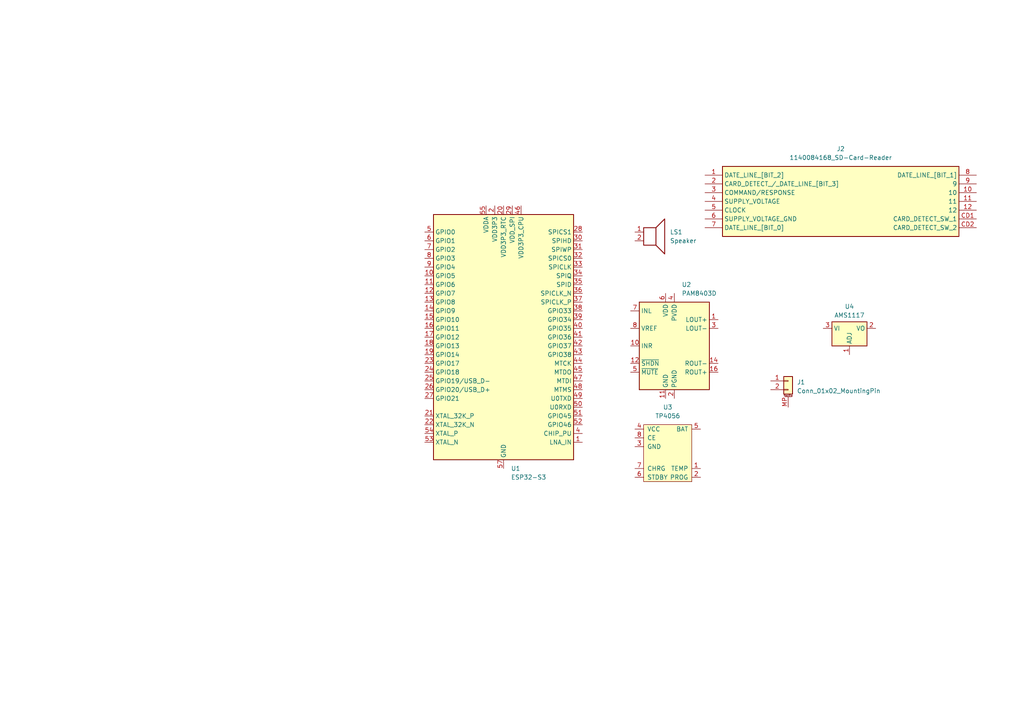
<source format=kicad_sch>
(kicad_sch (version 20250114) (generator "eeschema") (generator_version "9.0")
  (paper "A4")
  (lib_symbols
    (symbol "Amplifier_Audio:PAM8403D"
      (property "Reference" "U" (at 1.27 16.51 0))
      (property "Value" "PAM8403D" (at 6.096 14.224 0))
      (symbol "PAM8403D_0_1"
        (rectangle (start -10.16 12.7) (end 10.16 -12.7) (stroke (width 0.254)) (fill (type background)))
      )
      (symbol "PAM8403D_1_1"
        (pin input line (at -12.7 10.16 0) (length 2.54) (name "INL") (number "7"))
        (pin input line (at -12.7 5.08 0) (length 2.54) (name "VREF") (number "8"))
        (pin input line (at -12.7 0 0) (length 2.54) (name "INR") (number "10"))
        (pin input line (at -12.7 -5.08 0) (length 2.54) (name "~{SHDN}") (number "12"))
        (pin input line (at -12.7 -7.62 0) (length 2.54) (name "~{MUTE}") (number "5"))
        (pin power_in line (at -2.54 15.24 270) (length 2.54) (name "VDD") (number "6"))
        (pin power_in line (at -2.54 -15.24 90) (length 2.54) (name "GND") (number "11"))
        (pin passive line (at 0 15.24 270) (length 2.54) (hide yes) (name "PVDD") (number "13"))
        (pin power_in line (at 0 15.24 270) (length 2.54) (name "PVDD") (number "4"))
        (pin passive line (at 0 -15.24 90) (length 2.54) (hide yes) (name "PGND") (number "15"))
        (pin power_in line (at 0 -15.24 90) (length 2.54) (name "PGND") (number "2"))
        (pin no_connect line (at 10.16 -10.16 180) (length 2.54) (hide yes) (name "NC") (number "9"))
        (pin output line (at 12.7 7.62 180) (length 2.54) (name "LOUT+") (number "1"))
        (pin output line (at 12.7 5.08 180) (length 2.54) (name "LOUT-") (number "3"))
        (pin output line (at 12.7 -5.08 180) (length 2.54) (name "ROUT-") (number "14"))
        (pin output line (at 12.7 -7.62 180) (length 2.54) (name "ROUT+") (number "16"))
      )
    )
    (symbol "Connector_Generic_MountingPin:Conn_01x02_MountingPin" (pin_names (offset 1.016) (hide yes))
      (property "Reference" "J" (at 0 2.54 0))
      (property "Value" "Conn_01x02_MountingPin" (at 1.27 -5.08 0))
      (symbol "Conn_01x02_MountingPin_1_1"
        (rectangle (start -1.27 1.27) (end 1.27 -3.81) (stroke (width 0.254)) (fill (type background)))
        (rectangle (start -1.27 0.127) (end 0 -0.127) (stroke (width 0.1524)))
        (rectangle (start -1.27 -2.413) (end 0 -2.667) (stroke (width 0.1524)))
        (polyline (pts (xy -1.016 -4.572) (xy 1.016 -4.572)) (stroke (width 0.1524)))
        (text "Mounting" (at 0 -4.191 0) (effects (font (size 0.381 0.381))))
        (pin passive line (at -5.08 0 0) (length 3.81) (name "Pin_1") (number "1"))
        (pin passive line (at -5.08 -2.54 0) (length 3.81) (name "Pin_2") (number "2"))
        (pin passive line (at 0 -7.62 90) (length 3.048) (name "MountPin") (number "MP"))
      )
    )
    (symbol "Device:Speaker" (pin_names (offset 0) (hide yes))
      (property "Reference" "LS" (at 1.27 5.715 0))
      (property "Value" "Speaker" (at 1.27 3.81 0))
      (symbol "Speaker_0_0"
        (rectangle (start -2.54 1.27) (end 1.016 -3.81) (stroke (width 0.254)))
        (polyline (pts (xy 1.016 1.27) (xy 3.556 3.81) (xy 3.556 -6.35) (xy 1.016 -3.81)) (stroke (width 0.254)))
      )
      (symbol "Speaker_1_1"
        (pin input line (at -5.08 0 0) (length 2.54) (name "1") (number "1"))
        (pin input line (at -5.08 -2.54 0) (length 2.54) (name "2") (number "2"))
      )
    )
    (symbol "MCU_Espressif:ESP32-S3"
      (property "Reference" "U" (at 10.16 -38.1 0))
      (property "Value" "ESP32-S3" (at 13.97 -40.64 0))
      (symbol "ESP32-S3_0_1"
        (rectangle (start -20.32 35.56) (end 20.32 -35.56) (stroke (width 0.254)) (fill (type background)))
      )
      (symbol "ESP32-S3_1_0"
        (pin passive line (at -5.08 38.1 270) (length 2.54) (hide yes) (name "VDDA") (number "56"))
        (pin bidirectional line (at 22.86 12.7 180) (length 2.54) (name "SPICLK_N") (number "36"))
        (pin bidirectional line (at 22.86 -10.16 180) (length 2.54) (name "MTDO") (number "45"))
        (pin bidirectional line (at 22.86 -22.86 180) (length 2.54) (name "GPIO45") (number "51"))
      )
      (symbol "ESP32-S3_1_1"
        (pin bidirectional line (at -22.86 30.48 0) (length 2.54) (name "GPIO0") (number "5"))
        (pin bidirectional line (at -22.86 27.94 0) (length 2.54) (name "GPIO1") (number "6"))
        (pin bidirectional line (at -22.86 25.4 0) (length 2.54) (name "GPIO2") (number "7"))
        (pin bidirectional line (at -22.86 22.86 0) (length 2.54) (name "GPIO3") (number "8"))
        (pin bidirectional line (at -22.86 20.32 0) (length 2.54) (name "GPIO4") (number "9"))
        (pin bidirectional line (at -22.86 17.78 0) (length 2.54) (name "GPIO5") (number "10"))
        (pin bidirectional line (at -22.86 15.24 0) (length 2.54) (name "GPIO6") (number "11"))
        (pin bidirectional line (at -22.86 12.7 0) (length 2.54) (name "GPIO7") (number "12"))
        (pin bidirectional line (at -22.86 10.16 0) (length 2.54) (name "GPIO8") (number "13"))
        (pin bidirectional line (at -22.86 7.62 0) (length 2.54) (name "GPIO9") (number "14"))
        (pin bidirectional line (at -22.86 5.08 0) (length 2.54) (name "GPIO10") (number "15"))
        (pin bidirectional line (at -22.86 2.54 0) (length 2.54) (name "GPIO11") (number "16"))
        (pin bidirectional line (at -22.86 0 0) (length 2.54) (name "GPIO12") (number "17"))
        (pin bidirectional line (at -22.86 -2.54 0) (length 2.54) (name "GPIO13") (number "18"))
        (pin bidirectional line (at -22.86 -5.08 0) (length 2.54) (name "GPIO14") (number "19"))
        (pin bidirectional line (at -22.86 -7.62 0) (length 2.54) (name "GPIO17") (number "23"))
        (pin bidirectional line (at -22.86 -10.16 0) (length 2.54) (name "GPIO18") (number "24"))
        (pin bidirectional line (at -22.86 -12.7 0) (length 2.54) (name "GPIO19/USB_D-") (number "25"))
        (pin bidirectional line (at -22.86 -15.24 0) (length 2.54) (name "GPIO20/USB_D+") (number "26"))
        (pin bidirectional line (at -22.86 -17.78 0) (length 2.54) (name "GPIO21") (number "27"))
        (pin passive line (at -22.86 -22.86 0) (length 2.54) (name "XTAL_32K_P") (number "21"))
        (pin passive line (at -22.86 -25.4 0) (length 2.54) (name "XTAL_32K_N") (number "22"))
        (pin input line (at -22.86 -27.94 0) (length 2.54) (name "XTAL_P") (number "54"))
        (pin output line (at -22.86 -30.48 0) (length 2.54) (name "XTAL_N") (number "53"))
        (pin power_in line (at -5.08 38.1 270) (length 2.54) (name "VDDA") (number "55"))
        (pin power_in line (at -2.54 38.1 270) (length 2.54) (name "VDD3P3") (number "2"))
        (pin passive line (at -2.54 38.1 270) (length 2.54) (hide yes) (name "VDD3P3") (number "3"))
        (pin power_in line (at 0 38.1 270) (length 2.54) (name "VDD3P3_RTC") (number "20"))
        (pin power_in line (at 0 -38.1 90) (length 2.54) (name "GND") (number "57"))
        (pin power_in line (at 2.54 38.1 270) (length 2.54) (name "VDD_SPI") (number "29"))
        (pin power_in line (at 5.08 38.1 270) (length 2.54) (name "VDD3P3_CPU") (number "46"))
        (pin bidirectional line (at 22.86 30.48 180) (length 2.54) (name "SPICS1") (number "28"))
        (pin bidirectional line (at 22.86 27.94 180) (length 2.54) (name "SPIHD") (number "30"))
        (pin bidirectional line (at 22.86 25.4 180) (length 2.54) (name "SPIWP") (number "31"))
        (pin bidirectional line (at 22.86 22.86 180) (length 2.54) (name "SPICS0") (number "32"))
        (pin bidirectional line (at 22.86 20.32 180) (length 2.54) (name "SPICLK") (number "33"))
        (pin bidirectional line (at 22.86 17.78 180) (length 2.54) (name "SPIQ") (number "34"))
        (pin bidirectional line (at 22.86 15.24 180) (length 2.54) (name "SPID") (number "35"))
        (pin bidirectional line (at 22.86 10.16 180) (length 2.54) (name "SPICLK_P") (number "37"))
        (pin bidirectional line (at 22.86 7.62 180) (length 2.54) (name "GPIO33") (number "38"))
        (pin bidirectional line (at 22.86 5.08 180) (length 2.54) (name "GPIO34") (number "39"))
        (pin bidirectional line (at 22.86 2.54 180) (length 2.54) (name "GPIO35") (number "40"))
        (pin bidirectional line (at 22.86 0 180) (length 2.54) (name "GPIO36") (number "41"))
        (pin bidirectional line (at 22.86 -2.54 180) (length 2.54) (name "GPIO37") (number "42"))
        (pin bidirectional line (at 22.86 -5.08 180) (length 2.54) (name "GPIO38") (number "43"))
        (pin bidirectional line (at 22.86 -7.62 180) (length 2.54) (name "MTCK") (number "44"))
        (pin bidirectional line (at 22.86 -12.7 180) (length 2.54) (name "MTDI") (number "47"))
        (pin bidirectional line (at 22.86 -15.24 180) (length 2.54) (name "MTMS") (number "48"))
        (pin bidirectional line (at 22.86 -17.78 180) (length 2.54) (name "U0TXD") (number "49"))
        (pin bidirectional line (at 22.86 -20.32 180) (length 2.54) (name "U0RXD") (number "50"))
        (pin bidirectional line (at 22.86 -25.4 180) (length 2.54) (name "GPIO46") (number "52"))
        (pin input line (at 22.86 -27.94 180) (length 2.54) (name "CHIP_PU") (number "4"))
        (pin bidirectional line (at 22.86 -30.48 180) (length 2.54) (name "LNA_IN") (number "1"))
      )
    )
    (symbol "PCM_marbastlib-various:TP4056" (pin_names (offset 1.016))
      (property "Reference" "U" (at -6.35 8.89 0))
      (property "Value" "TP4056" (at 2.54 -10.16 0))
      (symbol "TP4056_0_1"
        (rectangle (start -7.62 7.62) (end 6.35 -8.89) (fill (type background)))
      )
      (symbol "TP4056_1_1"
        (pin power_in line (at -10.16 6.35 0) (length 2.54) (name "VCC") (number "4"))
        (pin input line (at -10.16 3.81 0) (length 2.54) (name "CE") (number "8"))
        (pin power_in line (at -10.16 1.27 0) (length 2.54) (name "GND") (number "3"))
        (pin output line (at -10.16 -5.08 0) (length 2.54) (name "CHRG") (number "7"))
        (pin output line (at -10.16 -7.62 0) (length 2.54) (name "STDBY") (number "6"))
        (pin power_out line (at 8.89 6.35 180) (length 2.54) (name "BAT") (number "5"))
        (pin input line (at 8.89 -5.08 180) (length 2.54) (name "TEMP") (number "1"))
        (pin input line (at 8.89 -7.62 180) (length 2.54) (name "PROG") (number "2"))
      )
    )
    (symbol "Regulator_Linear:AMS1117"
      (property "Reference" "U" (at -3.81 3.175 0))
      (property "Value" "AMS1117" (at 0 3.175 0))
      (symbol "AMS1117_0_1"
        (rectangle (start -5.08 -5.08) (end 5.08 1.905) (stroke (width 0.254)) (fill (type background)))
      )
      (symbol "AMS1117_1_1"
        (pin power_in line (at -7.62 0 0) (length 2.54) (name "VI") (number "3"))
        (pin input line (at 0 -7.62 90) (length 2.54) (name "ADJ") (number "1"))
        (pin power_out line (at 7.62 0 180) (length 2.54) (name "VO") (number "2"))
      )
    )
    (symbol "con_BucF:1140084168_SD-Card-Reader"
      (property "Reference" "J" (at 74.93 7.62 0))
      (property "Value" "1140084168_SD-Card-Reader" (at 74.93 5.08 0))
      (symbol "1140084168_SD-Card-Reader_1_1"
        (rectangle (start 5.08 2.54) (end 73.66 -17.78) (stroke (width 0.254)) (fill (type background)))
        (pin passive line (at 0 0 0) (length 5.08) (name "DATE_LINE_[BIT_2]") (number "1"))
        (pin passive line (at 0 -2.54 0) (length 5.08) (name "CARD_DETECT_/_DATE_LINE_[BIT_3]") (number "2"))
        (pin passive line (at 0 -5.08 0) (length 5.08) (name "COMMAND/RESPONSE") (number "3"))
        (pin passive line (at 0 -7.62 0) (length 5.08) (name "SUPPLY_VOLTAGE") (number "4"))
        (pin passive line (at 0 -10.16 0) (length 5.08) (name "CLOCK") (number "5"))
        (pin passive line (at 0 -12.7 0) (length 5.08) (name "SUPPLY_VOLTAGE_GND") (number "6"))
        (pin passive line (at 0 -15.24 0) (length 5.08) (name "DATE_LINE_[BIT_0]") (number "7"))
        (pin passive line (at 78.74 0 180) (length 5.08) (name "DATE_LINE_[BIT_1]") (number "8"))
        (pin passive line (at 78.74 -2.54 180) (length 5.08) (name "9") (number "9"))
        (pin passive line (at 78.74 -5.08 180) (length 5.08) (name "10") (number "10"))
        (pin passive line (at 78.74 -7.62 180) (length 5.08) (name "11") (number "11"))
        (pin passive line (at 78.74 -10.16 180) (length 5.08) (name "12") (number "12"))
        (pin passive line (at 78.74 -12.7 180) (length 5.08) (name "CARD_DETECT_SW_1") (number "CD1"))
        (pin passive line (at 78.74 -15.24 180) (length 5.08) (name "CARD_DETECT_SW_2") (number "CD2"))
      )
    )
  )
  (symbol (lib_id "Device:Speaker") (at 189.23 67.31 0) (unit 1)
    (property "Reference" "LS1" (at 194.31 67.3099 0) (effects (justify left)))
    (property "Value" "Speaker" (at 194.31 69.8499 0) (effects (justify left)))
    (property "Description" "Speaker" (effects (hide yes)))
  )
  (symbol (lib_id "con_BucF:1140084168_SD-Card-Reader") (at 204.47 50.8 0) (unit 1)
    (property "Reference" "J2" (at 243.84 43.18 0))
    (property "Value" "1140084168_SD-Card-Reader" (at 243.84 45.72 0))
    (property "Footprint" "my_SMD:1140084168_SD-Card-Reader" (effects (hide yes)))
    (property "Datasheet" "https://cdn.amphenol-cs.com/media/wysiwyg/files/documentation/datasheet/inputoutput/io_micro_sdcard.pdf" (effects (hide yes)))
    (property "Description" "1140084168-Micro SD Normal Open H=1.55 NONE PUSH" (effects (hide yes)))
    (property "Height" "1.68" (effects (hide yes)))
    (property "Mouser Part Number" "523-114-00841-68" (effects (hide yes)))
    (property "Mouser Price/Stock" "https://www.mouser.co.uk/ProductDetail/Amphenol-Commercial-Products/1140084168?qs=tcdQdce0DUrgPsHyuD5Law%3D%3D" (effects (hide yes)))
    (property "Manufacturer_Name" "Amphenol Communications Solutions" (effects (hide yes)))
    (property "Manufacturer_Part_Number" "1140084168" (effects (hide yes)))
  )
  (symbol (lib_id "PCM_marbastlib-various:TP4056") (at 194.31 130.81 0) (unit 1)
    (property "Reference" "U3" (at 193.675 118.11 0))
    (property "Value" "TP4056" (at 193.675 120.65 0))
    (property "Footprint" "Package_SO:SOP-8-1EP_4.57x4.57mm_P1.27mm_EP4.57x4.45mm" (effects (hide yes)))
    (property "Datasheet" "https://datasheet.lcsc.com/szlcsc/1906261508_Nanjing-Extension-Microelectronics-TP4056-42-ESOP8_C16581.pdf" (effects (hide yes)))
    (property "Description" "Standalone Linear Li-lon Battery Charger with Thermal Protection" (effects (hide yes)))
    (property "LCSC" "C16581" (effects (hide yes)))
  )
  (symbol (lib_id "Amplifier_Audio:PAM8403D") (at 195.58 100.33 0) (unit 1)
    (property "Reference" "U2" (at 197.7233 82.55 0) (effects (justify left)))
    (property "Value" "PAM8403D" (at 197.7233 85.09 0) (effects (justify left)))
    (property "Footprint" "Package_SO:SOP-16_3.9x9.9mm_P1.27mm" (effects (hide yes)))
    (property "Datasheet" "https://www.diodes.com/assets/Datasheets/products_inactive_data/PAM8403.pdf" (effects (hide yes)))
    (property "Description" "3W Filterless Class-D Stereo Audio Amplifier, SOP-16" (effects (hide yes)))
  )
  (symbol (lib_id "MCU_Espressif:ESP32-S3") (at 146.05 97.79 0) (unit 1)
    (property "Reference" "U1" (at 148.1933 135.89 0) (effects (justify left)))
    (property "Value" "ESP32-S3" (at 148.1933 138.43 0) (effects (justify left)))
    (property "Footprint" "Package_DFN_QFN:QFN-56-1EP_7x7mm_P0.4mm_EP4x4mm" (effects (hide yes)))
    (property "Datasheet" "https://www.espressif.com/sites/default/files/documentation/esp32-s3_datasheet_en.pdf" (effects (hide yes)))
    (property "Description" "Microcontroller, Wi-Fi 802.11b/g/n, Bluetooth, 32bit" (effects (hide yes)))
  )
  (symbol (lib_id "Connector_Generic_MountingPin:Conn_01x02_MountingPin") (at 228.6 110.49 0) (unit 1)
    (property "Reference" "J1" (at 231.14 110.8455 0) (effects (justify left)))
    (property "Value" "Conn_01x02_MountingPin" (at 231.14 113.3855 0) (effects (justify left)))
    (property "Description" "Generic connectable mounting pin connector, single row, 01x02, script generated (kicad-library-utils/schlib/autogen/connector/)" (effects (hide yes)))
  )
  (symbol (lib_id "Regulator_Linear:AMS1117") (at 246.38 95.25 0) (unit 1)
    (property "Reference" "U4" (at 246.38 88.9 0))
    (property "Value" "AMS1117" (at 246.38 91.44 0))
    (property "Footprint" "Package_TO_SOT_SMD:SOT-223-3_TabPin2" (effects (hide yes)))
    (property "Datasheet" "http://www.advanced-monolithic.com/pdf/ds1117.pdf" (effects (hide yes)))
    (property "Description" "1A Low Dropout regulator, positive, adjustable output, SOT-223" (effects (hide yes)))
  )
)
</source>
